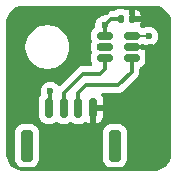
<source format=gbr>
%TF.GenerationSoftware,KiCad,Pcbnew,9.0.5*%
%TF.CreationDate,2025-11-24T08:28:41-05:00*%
%TF.ProjectId,temperature,74656d70-6572-4617-9475-72652e6b6963,rev?*%
%TF.SameCoordinates,Original*%
%TF.FileFunction,Copper,L1,Top*%
%TF.FilePolarity,Positive*%
%FSLAX46Y46*%
G04 Gerber Fmt 4.6, Leading zero omitted, Abs format (unit mm)*
G04 Created by KiCad (PCBNEW 9.0.5) date 2025-11-24 08:28:41*
%MOMM*%
%LPD*%
G01*
G04 APERTURE LIST*
G04 Aperture macros list*
%AMRoundRect*
0 Rectangle with rounded corners*
0 $1 Rounding radius*
0 $2 $3 $4 $5 $6 $7 $8 $9 X,Y pos of 4 corners*
0 Add a 4 corners polygon primitive as box body*
4,1,4,$2,$3,$4,$5,$6,$7,$8,$9,$2,$3,0*
0 Add four circle primitives for the rounded corners*
1,1,$1+$1,$2,$3*
1,1,$1+$1,$4,$5*
1,1,$1+$1,$6,$7*
1,1,$1+$1,$8,$9*
0 Add four rect primitives between the rounded corners*
20,1,$1+$1,$2,$3,$4,$5,0*
20,1,$1+$1,$4,$5,$6,$7,0*
20,1,$1+$1,$6,$7,$8,$9,0*
20,1,$1+$1,$8,$9,$2,$3,0*%
G04 Aperture macros list end*
%TA.AperFunction,SMDPad,CuDef*%
%ADD10RoundRect,0.140000X-0.140000X-0.170000X0.140000X-0.170000X0.140000X0.170000X-0.140000X0.170000X0*%
%TD*%
%TA.AperFunction,SMDPad,CuDef*%
%ADD11RoundRect,0.150000X0.512500X0.150000X-0.512500X0.150000X-0.512500X-0.150000X0.512500X-0.150000X0*%
%TD*%
%TA.AperFunction,SMDPad,CuDef*%
%ADD12RoundRect,0.150000X-0.150000X-0.700000X0.150000X-0.700000X0.150000X0.700000X-0.150000X0.700000X0*%
%TD*%
%TA.AperFunction,SMDPad,CuDef*%
%ADD13RoundRect,0.250000X-0.250000X-1.100000X0.250000X-1.100000X0.250000X1.100000X-0.250000X1.100000X0*%
%TD*%
%TA.AperFunction,ViaPad*%
%ADD14C,0.600000*%
%TD*%
%TA.AperFunction,Conductor*%
%ADD15C,0.200000*%
%TD*%
%TA.AperFunction,Conductor*%
%ADD16C,0.300000*%
%TD*%
G04 APERTURE END LIST*
D10*
%TO.P,C5,1*%
%TO.N,+3V3_SBC*%
X107195000Y-81625000D03*
%TO.P,C5,2*%
%TO.N,GND*%
X108155000Y-81625000D03*
%TD*%
D11*
%TO.P,U1,1,SCL*%
%TO.N,/I2C_SNS_SCL*%
X108137500Y-84950000D03*
%TO.P,U1,2,GND*%
%TO.N,GND*%
X108137500Y-84000000D03*
%TO.P,U1,3,ADD1*%
%TO.N,Net-(JP2-B)*%
X108137500Y-83050000D03*
%TO.P,U1,4,V+*%
%TO.N,+3V3_SBC*%
X105862500Y-83050000D03*
%TO.P,U1,5,ADD0*%
%TO.N,Net-(JP1-B)*%
X105862500Y-84000000D03*
%TO.P,U1,6,SDA*%
%TO.N,/I2C_SNS_SDA*%
X105862500Y-84950000D03*
%TD*%
D12*
%TO.P,J1,1,Pin_1*%
%TO.N,+3V3_SBC*%
X101125000Y-89150000D03*
%TO.P,J1,2,Pin_2*%
%TO.N,/I2C_SNS_SDA*%
X102375000Y-89150000D03*
%TO.P,J1,3,Pin_3*%
%TO.N,/I2C_SNS_SCL*%
X103625000Y-89150000D03*
%TO.P,J1,4,Pin_4*%
%TO.N,GND*%
X104875000Y-89150000D03*
D13*
%TO.P,J1,MP*%
%TO.N,N/C*%
X99275000Y-92350000D03*
X106725000Y-92350000D03*
%TD*%
D14*
%TO.N,Net-(JP2-B)*%
X109600000Y-83100000D03*
%TO.N,Net-(JP1-B)*%
X105500000Y-84000000D03*
%TO.N,GND*%
X100000000Y-81000000D03*
X98000000Y-82000000D03*
X111000000Y-87000000D03*
X111000000Y-91000000D03*
X111000000Y-89000000D03*
X108000000Y-94000000D03*
X111000000Y-82500000D03*
X103000000Y-94000000D03*
X105000000Y-90750000D03*
X98000000Y-92000000D03*
X110000000Y-81000000D03*
X111000000Y-85000000D03*
X98000000Y-88000000D03*
X106000000Y-81000000D03*
X101000000Y-94000000D03*
X98000000Y-90000000D03*
X102000000Y-81000000D03*
X111000000Y-93000000D03*
X104000000Y-81000000D03*
X110000000Y-94000000D03*
X98000000Y-86000000D03*
X98000000Y-84000000D03*
X109750000Y-84000000D03*
X105000000Y-94000000D03*
%TO.N,+3V3_SBC*%
X105862502Y-82157499D03*
X101250000Y-87750000D03*
%TD*%
D15*
%TO.N,Net-(JP1-B)*%
X105500000Y-84000000D02*
X105862500Y-84000000D01*
%TO.N,Net-(JP2-B)*%
X108137500Y-83050000D02*
X109550000Y-83050000D01*
X109550000Y-83050000D02*
X109600000Y-83100000D01*
D16*
%TO.N,GND*%
X104875000Y-89150000D02*
X104875000Y-90625000D01*
X108137500Y-84000000D02*
X109750000Y-84000000D01*
X104875000Y-90625000D02*
X105000000Y-90750000D01*
%TO.N,+3V3_SBC*%
X101250000Y-87750000D02*
X101250000Y-89025000D01*
X105862500Y-83050000D02*
X105862500Y-82157501D01*
X105862500Y-82157501D02*
X105862502Y-82157499D01*
X101250000Y-89025000D02*
X101125000Y-89150000D01*
X106395000Y-81625000D02*
X107195000Y-81625000D01*
X105862500Y-83050000D02*
X105862500Y-82157500D01*
X105862500Y-82157500D02*
X106395000Y-81625000D01*
%TO.N,/I2C_SNS_SDA*%
X105862500Y-84950000D02*
X105862500Y-85887500D01*
X104000000Y-86250000D02*
X102375000Y-87875000D01*
X105500000Y-86250000D02*
X104000000Y-86250000D01*
X102375000Y-87875000D02*
X102375000Y-89150000D01*
X105862500Y-85887500D02*
X105500000Y-86250000D01*
%TO.N,/I2C_SNS_SCL*%
X104250000Y-87250000D02*
X107000000Y-87250000D01*
X103625000Y-89150000D02*
X103625000Y-87875000D01*
X108137500Y-86112500D02*
X108137500Y-84950000D01*
X107000000Y-87250000D02*
X108137500Y-86112500D01*
X103625000Y-87875000D02*
X104250000Y-87250000D01*
%TD*%
%TA.AperFunction,Conductor*%
%TO.N,GND*%
G36*
X110004418Y-80500816D02*
G01*
X110204561Y-80515130D01*
X110222063Y-80517647D01*
X110413797Y-80559355D01*
X110430755Y-80564334D01*
X110614609Y-80632909D01*
X110630701Y-80640259D01*
X110802904Y-80734288D01*
X110817784Y-80743849D01*
X110974867Y-80861441D01*
X110988237Y-80873027D01*
X111126972Y-81011762D01*
X111138558Y-81025132D01*
X111256146Y-81182210D01*
X111265711Y-81197095D01*
X111359740Y-81369298D01*
X111367090Y-81385390D01*
X111435662Y-81569236D01*
X111440646Y-81586212D01*
X111482351Y-81777931D01*
X111484869Y-81795442D01*
X111499184Y-81995580D01*
X111499500Y-82004427D01*
X111499500Y-92995572D01*
X111499184Y-93004419D01*
X111484869Y-93204557D01*
X111482351Y-93222068D01*
X111440646Y-93413787D01*
X111435662Y-93430763D01*
X111367090Y-93614609D01*
X111359740Y-93630701D01*
X111265711Y-93802904D01*
X111256146Y-93817789D01*
X111138558Y-93974867D01*
X111126972Y-93988237D01*
X110988237Y-94126972D01*
X110974867Y-94138558D01*
X110817789Y-94256146D01*
X110802904Y-94265711D01*
X110630701Y-94359740D01*
X110614609Y-94367090D01*
X110430763Y-94435662D01*
X110413787Y-94440646D01*
X110222068Y-94482351D01*
X110204557Y-94484869D01*
X110023779Y-94497799D01*
X110004417Y-94499184D01*
X109995572Y-94499500D01*
X99004428Y-94499500D01*
X98995582Y-94499184D01*
X98973622Y-94497613D01*
X98795442Y-94484869D01*
X98777931Y-94482351D01*
X98586212Y-94440646D01*
X98569236Y-94435662D01*
X98385390Y-94367090D01*
X98369298Y-94359740D01*
X98197095Y-94265711D01*
X98182210Y-94256146D01*
X98025132Y-94138558D01*
X98011762Y-94126972D01*
X97873027Y-93988237D01*
X97861441Y-93974867D01*
X97743849Y-93817784D01*
X97734288Y-93802904D01*
X97640259Y-93630701D01*
X97632909Y-93614609D01*
X97628503Y-93602795D01*
X97564334Y-93430755D01*
X97559355Y-93413797D01*
X97517647Y-93222063D01*
X97515130Y-93204556D01*
X97500816Y-93004418D01*
X97500500Y-92995572D01*
X97500500Y-91199983D01*
X98274500Y-91199983D01*
X98274500Y-93500001D01*
X98274501Y-93500018D01*
X98285000Y-93602796D01*
X98285001Y-93602799D01*
X98288915Y-93614609D01*
X98340186Y-93769334D01*
X98432288Y-93918656D01*
X98556344Y-94042712D01*
X98705666Y-94134814D01*
X98872203Y-94189999D01*
X98974991Y-94200500D01*
X99575008Y-94200499D01*
X99575016Y-94200498D01*
X99575019Y-94200498D01*
X99631302Y-94194748D01*
X99677797Y-94189999D01*
X99844334Y-94134814D01*
X99993656Y-94042712D01*
X100117712Y-93918656D01*
X100209814Y-93769334D01*
X100264999Y-93602797D01*
X100275500Y-93500009D01*
X100275499Y-91199992D01*
X100275498Y-91199983D01*
X105724500Y-91199983D01*
X105724500Y-93500001D01*
X105724501Y-93500018D01*
X105735000Y-93602796D01*
X105735001Y-93602799D01*
X105738915Y-93614609D01*
X105790186Y-93769334D01*
X105882288Y-93918656D01*
X106006344Y-94042712D01*
X106155666Y-94134814D01*
X106322203Y-94189999D01*
X106424991Y-94200500D01*
X107025008Y-94200499D01*
X107025016Y-94200498D01*
X107025019Y-94200498D01*
X107081302Y-94194748D01*
X107127797Y-94189999D01*
X107294334Y-94134814D01*
X107443656Y-94042712D01*
X107567712Y-93918656D01*
X107659814Y-93769334D01*
X107714999Y-93602797D01*
X107725500Y-93500009D01*
X107725499Y-91199992D01*
X107714999Y-91097203D01*
X107659814Y-90930666D01*
X107567712Y-90781344D01*
X107443656Y-90657288D01*
X107294334Y-90565186D01*
X107127797Y-90510001D01*
X107127795Y-90510000D01*
X107025010Y-90499500D01*
X106424998Y-90499500D01*
X106424980Y-90499501D01*
X106322203Y-90510000D01*
X106322200Y-90510001D01*
X106155668Y-90565185D01*
X106155663Y-90565187D01*
X106006342Y-90657289D01*
X105882289Y-90781342D01*
X105790187Y-90930663D01*
X105790186Y-90930666D01*
X105735001Y-91097203D01*
X105735001Y-91097204D01*
X105735000Y-91097204D01*
X105724500Y-91199983D01*
X100275498Y-91199983D01*
X100264999Y-91097203D01*
X100209814Y-90930666D01*
X100117712Y-90781344D01*
X99993656Y-90657288D01*
X99844334Y-90565186D01*
X99677797Y-90510001D01*
X99677795Y-90510000D01*
X99575010Y-90499500D01*
X98974998Y-90499500D01*
X98974980Y-90499501D01*
X98872203Y-90510000D01*
X98872200Y-90510001D01*
X98705668Y-90565185D01*
X98705663Y-90565187D01*
X98556342Y-90657289D01*
X98432289Y-90781342D01*
X98340187Y-90930663D01*
X98340186Y-90930666D01*
X98285001Y-91097203D01*
X98285001Y-91097204D01*
X98285000Y-91097204D01*
X98274500Y-91199983D01*
X97500500Y-91199983D01*
X97500500Y-88384298D01*
X100324500Y-88384298D01*
X100324500Y-89915701D01*
X100327401Y-89952567D01*
X100327402Y-89952573D01*
X100373254Y-90110393D01*
X100373255Y-90110396D01*
X100456917Y-90251862D01*
X100456923Y-90251870D01*
X100573129Y-90368076D01*
X100573133Y-90368079D01*
X100573135Y-90368081D01*
X100714602Y-90451744D01*
X100756224Y-90463836D01*
X100872426Y-90497597D01*
X100872429Y-90497597D01*
X100872431Y-90497598D01*
X100909306Y-90500500D01*
X100909314Y-90500500D01*
X101340686Y-90500500D01*
X101340694Y-90500500D01*
X101377569Y-90497598D01*
X101377571Y-90497597D01*
X101377573Y-90497597D01*
X101419191Y-90485505D01*
X101535398Y-90451744D01*
X101660048Y-90378026D01*
X101683580Y-90364110D01*
X101684747Y-90366083D01*
X101739035Y-90344769D01*
X101807553Y-90358448D01*
X101816404Y-90364136D01*
X101816420Y-90364110D01*
X101857034Y-90388128D01*
X101964602Y-90451744D01*
X102006224Y-90463836D01*
X102122426Y-90497597D01*
X102122429Y-90497597D01*
X102122431Y-90497598D01*
X102159306Y-90500500D01*
X102159314Y-90500500D01*
X102590686Y-90500500D01*
X102590694Y-90500500D01*
X102627569Y-90497598D01*
X102627571Y-90497597D01*
X102627573Y-90497597D01*
X102669191Y-90485505D01*
X102785398Y-90451744D01*
X102910048Y-90378026D01*
X102933580Y-90364110D01*
X102934747Y-90366083D01*
X102989035Y-90344769D01*
X103057553Y-90358448D01*
X103066404Y-90364136D01*
X103066420Y-90364110D01*
X103107034Y-90388128D01*
X103214602Y-90451744D01*
X103256224Y-90463836D01*
X103372426Y-90497597D01*
X103372429Y-90497597D01*
X103372431Y-90497598D01*
X103409306Y-90500500D01*
X103409314Y-90500500D01*
X103840686Y-90500500D01*
X103840694Y-90500500D01*
X103877569Y-90497598D01*
X103877571Y-90497597D01*
X103877573Y-90497597D01*
X103919191Y-90485505D01*
X104035398Y-90451744D01*
X104160048Y-90378026D01*
X104183580Y-90364110D01*
X104184673Y-90365959D01*
X104239425Y-90344452D01*
X104307945Y-90358120D01*
X104316706Y-90363749D01*
X104316729Y-90363712D01*
X104464801Y-90451281D01*
X104622514Y-90497100D01*
X104622511Y-90497100D01*
X104624998Y-90497295D01*
X104625000Y-90497295D01*
X105125000Y-90497295D01*
X105125001Y-90497295D01*
X105127486Y-90497100D01*
X105285198Y-90451281D01*
X105426552Y-90367685D01*
X105426561Y-90367678D01*
X105542678Y-90251561D01*
X105542685Y-90251552D01*
X105626282Y-90110196D01*
X105626283Y-90110193D01*
X105672099Y-89952495D01*
X105672100Y-89952489D01*
X105674999Y-89915649D01*
X105675000Y-89915634D01*
X105675000Y-89400000D01*
X105125000Y-89400000D01*
X105125000Y-90497295D01*
X104625000Y-90497295D01*
X104625000Y-89274000D01*
X104644685Y-89206961D01*
X104697489Y-89161206D01*
X104749000Y-89150000D01*
X104875000Y-89150000D01*
X104875000Y-89024000D01*
X104894685Y-88956961D01*
X104947489Y-88911206D01*
X104999000Y-88900000D01*
X105675000Y-88900000D01*
X105675000Y-88384365D01*
X105674999Y-88384350D01*
X105672100Y-88347510D01*
X105672099Y-88347504D01*
X105626283Y-88189806D01*
X105626282Y-88189803D01*
X105565852Y-88087621D01*
X105548669Y-88019897D01*
X105570829Y-87953635D01*
X105625295Y-87909871D01*
X105672584Y-87900500D01*
X107064071Y-87900500D01*
X107148615Y-87883682D01*
X107189744Y-87875501D01*
X107308127Y-87826465D01*
X107326679Y-87814069D01*
X107414669Y-87755277D01*
X108642777Y-86527169D01*
X108713965Y-86420627D01*
X108763001Y-86302244D01*
X108763002Y-86302236D01*
X108763004Y-86302232D01*
X108763029Y-86302106D01*
X108788000Y-86176571D01*
X108788000Y-85830405D01*
X108807685Y-85763366D01*
X108860489Y-85717611D01*
X108877401Y-85711330D01*
X108910398Y-85701744D01*
X109051865Y-85618081D01*
X109168081Y-85501865D01*
X109251744Y-85360398D01*
X109297598Y-85202569D01*
X109300500Y-85165694D01*
X109300500Y-84734306D01*
X109297598Y-84697431D01*
X109251744Y-84539602D01*
X109250574Y-84537624D01*
X109250130Y-84535874D01*
X109248647Y-84532446D01*
X109249200Y-84532206D01*
X109233396Y-84469901D01*
X109248753Y-84417603D01*
X109248184Y-84417357D01*
X109250182Y-84412738D01*
X109250581Y-84411382D01*
X109251281Y-84410197D01*
X109297100Y-84252486D01*
X109297295Y-84250001D01*
X109297295Y-84250000D01*
X109031815Y-84250000D01*
X108968694Y-84232732D01*
X108910396Y-84198255D01*
X108910393Y-84198254D01*
X108752573Y-84152402D01*
X108752567Y-84152401D01*
X108715701Y-84149500D01*
X108715694Y-84149500D01*
X108261500Y-84149500D01*
X108252814Y-84146949D01*
X108243853Y-84148238D01*
X108219812Y-84137259D01*
X108194461Y-84129815D01*
X108188533Y-84122974D01*
X108180297Y-84119213D01*
X108166007Y-84096978D01*
X108148706Y-84077011D01*
X108146418Y-84066496D01*
X108142523Y-84060435D01*
X108137500Y-84025500D01*
X108137500Y-83974500D01*
X108157185Y-83907461D01*
X108209989Y-83861706D01*
X108261500Y-83850500D01*
X108715686Y-83850500D01*
X108715694Y-83850500D01*
X108752569Y-83847598D01*
X108752571Y-83847597D01*
X108752573Y-83847597D01*
X108794191Y-83835505D01*
X108910398Y-83801744D01*
X108968694Y-83767268D01*
X108984595Y-83762917D01*
X108996880Y-83755023D01*
X109031815Y-83750000D01*
X109094317Y-83750000D01*
X109161356Y-83769685D01*
X109163146Y-83770857D01*
X109220821Y-83809394D01*
X109220823Y-83809395D01*
X109220827Y-83809397D01*
X109320060Y-83850500D01*
X109366503Y-83869737D01*
X109521153Y-83900499D01*
X109521156Y-83900500D01*
X109521158Y-83900500D01*
X109678844Y-83900500D01*
X109678845Y-83900499D01*
X109833497Y-83869737D01*
X109979179Y-83809394D01*
X110110289Y-83721789D01*
X110221789Y-83610289D01*
X110309394Y-83479179D01*
X110369737Y-83333497D01*
X110400500Y-83178842D01*
X110400500Y-83021158D01*
X110400500Y-83021155D01*
X110400499Y-83021153D01*
X110369738Y-82866510D01*
X110369737Y-82866503D01*
X110356401Y-82834306D01*
X110309397Y-82720827D01*
X110309390Y-82720814D01*
X110221789Y-82589711D01*
X110221786Y-82589707D01*
X110110292Y-82478213D01*
X110110288Y-82478210D01*
X109979185Y-82390609D01*
X109979172Y-82390602D01*
X109833501Y-82330264D01*
X109833489Y-82330261D01*
X109678845Y-82299500D01*
X109678842Y-82299500D01*
X109521158Y-82299500D01*
X109521155Y-82299500D01*
X109366510Y-82330261D01*
X109366498Y-82330264D01*
X109220827Y-82390602D01*
X109220811Y-82390611D01*
X109209354Y-82398266D01*
X109142675Y-82419140D01*
X109076158Y-82401179D01*
X109063364Y-82393418D01*
X109051865Y-82381919D01*
X108910398Y-82298256D01*
X108902886Y-82296073D01*
X108889473Y-82287937D01*
X108871414Y-82268157D01*
X108850826Y-82251024D01*
X108848215Y-82242747D01*
X108842364Y-82236338D01*
X108837865Y-82209934D01*
X108829809Y-82184391D01*
X108832057Y-82175838D01*
X108830630Y-82167461D01*
X108840119Y-82145168D01*
X108847052Y-82118797D01*
X108887031Y-82051195D01*
X108887033Y-82051190D01*
X108932144Y-81895918D01*
X108932145Y-81895912D01*
X108933790Y-81875000D01*
X108279000Y-81875000D01*
X108211961Y-81855315D01*
X108166206Y-81802511D01*
X108155000Y-81751000D01*
X108155000Y-81625000D01*
X108099500Y-81625000D01*
X108032461Y-81605315D01*
X107986706Y-81552511D01*
X107975500Y-81501000D01*
X107975500Y-81390317D01*
X107975499Y-81390302D01*
X107975299Y-81387763D01*
X107972643Y-81354007D01*
X107968714Y-81340484D01*
X107927495Y-81198608D01*
X107927492Y-81198600D01*
X107922266Y-81189763D01*
X107905000Y-81126645D01*
X107905000Y-80820494D01*
X108405000Y-80820494D01*
X108405000Y-81375000D01*
X108933790Y-81375000D01*
X108932145Y-81354089D01*
X108887031Y-81198804D01*
X108804721Y-81059625D01*
X108804714Y-81059616D01*
X108690383Y-80945285D01*
X108690374Y-80945278D01*
X108551193Y-80862967D01*
X108551190Y-80862965D01*
X108405001Y-80820493D01*
X108405000Y-80820494D01*
X107905000Y-80820494D01*
X107904998Y-80820493D01*
X107758809Y-80862965D01*
X107758806Y-80862967D01*
X107738608Y-80874912D01*
X107670884Y-80892092D01*
X107612370Y-80874910D01*
X107591397Y-80862507D01*
X107591390Y-80862504D01*
X107435997Y-80817357D01*
X107435991Y-80817356D01*
X107399697Y-80814500D01*
X107399690Y-80814500D01*
X106990310Y-80814500D01*
X106990302Y-80814500D01*
X106954008Y-80817356D01*
X106954002Y-80817357D01*
X106798609Y-80862504D01*
X106798606Y-80862505D01*
X106659315Y-80944881D01*
X106654676Y-80948480D01*
X106589639Y-80974014D01*
X106578676Y-80974500D01*
X106330929Y-80974500D01*
X106205261Y-80999497D01*
X106205255Y-80999499D01*
X106160504Y-81018036D01*
X106086874Y-81048534D01*
X105980331Y-81119723D01*
X105759569Y-81340484D01*
X105698246Y-81373968D01*
X105696080Y-81374419D01*
X105629010Y-81387760D01*
X105629000Y-81387763D01*
X105483329Y-81448101D01*
X105483316Y-81448108D01*
X105352213Y-81535709D01*
X105352209Y-81535712D01*
X105240715Y-81647206D01*
X105240712Y-81647210D01*
X105153111Y-81778313D01*
X105153104Y-81778326D01*
X105092766Y-81923997D01*
X105092763Y-81924009D01*
X105062002Y-82078652D01*
X105062002Y-82242433D01*
X105059499Y-82242433D01*
X105048484Y-82300327D01*
X105001256Y-82350502D01*
X104948137Y-82381917D01*
X104948129Y-82381923D01*
X104831923Y-82498129D01*
X104831917Y-82498137D01*
X104748255Y-82639603D01*
X104748254Y-82639606D01*
X104702402Y-82797426D01*
X104702401Y-82797432D01*
X104699500Y-82834298D01*
X104699500Y-83265701D01*
X104702401Y-83302567D01*
X104702402Y-83302573D01*
X104748254Y-83460393D01*
X104748254Y-83460394D01*
X104748255Y-83460396D01*
X104748256Y-83460398D01*
X104749133Y-83461881D01*
X104749466Y-83463195D01*
X104751353Y-83467554D01*
X104750649Y-83467858D01*
X104766315Y-83529604D01*
X104750861Y-83582233D01*
X104751353Y-83582446D01*
X104749630Y-83586426D01*
X104749133Y-83588118D01*
X104748506Y-83589177D01*
X104748254Y-83589605D01*
X104748254Y-83589606D01*
X104702402Y-83747426D01*
X104702401Y-83747432D01*
X104699500Y-83784298D01*
X104699500Y-84215701D01*
X104702401Y-84252567D01*
X104702402Y-84252573D01*
X104748254Y-84410393D01*
X104748254Y-84410394D01*
X104748255Y-84410396D01*
X104748256Y-84410398D01*
X104749133Y-84411881D01*
X104749466Y-84413195D01*
X104751353Y-84417554D01*
X104750649Y-84417858D01*
X104766315Y-84479604D01*
X104750861Y-84532233D01*
X104751353Y-84532446D01*
X104749630Y-84536426D01*
X104749133Y-84538118D01*
X104748506Y-84539177D01*
X104748254Y-84539605D01*
X104748254Y-84539606D01*
X104702402Y-84697426D01*
X104702401Y-84697432D01*
X104699500Y-84734298D01*
X104699500Y-85165701D01*
X104702401Y-85202567D01*
X104702402Y-85202573D01*
X104748254Y-85360393D01*
X104748254Y-85360394D01*
X104748255Y-85360396D01*
X104748256Y-85360398D01*
X104778998Y-85412380D01*
X104796180Y-85480104D01*
X104774019Y-85546366D01*
X104719553Y-85590129D01*
X104672265Y-85599500D01*
X103935929Y-85599500D01*
X103810261Y-85624497D01*
X103810255Y-85624499D01*
X103691874Y-85673534D01*
X103585326Y-85744726D01*
X102066169Y-87263883D01*
X102004846Y-87297368D01*
X101935154Y-87292384D01*
X101879221Y-87250512D01*
X101875388Y-87245096D01*
X101871790Y-87239712D01*
X101871786Y-87239707D01*
X101760292Y-87128213D01*
X101760288Y-87128210D01*
X101629185Y-87040609D01*
X101629172Y-87040602D01*
X101483501Y-86980264D01*
X101483489Y-86980261D01*
X101328845Y-86949500D01*
X101328842Y-86949500D01*
X101171158Y-86949500D01*
X101171155Y-86949500D01*
X101016510Y-86980261D01*
X101016498Y-86980264D01*
X100870827Y-87040602D01*
X100870814Y-87040609D01*
X100739711Y-87128210D01*
X100739707Y-87128213D01*
X100628213Y-87239707D01*
X100628210Y-87239711D01*
X100540609Y-87370814D01*
X100540602Y-87370827D01*
X100480264Y-87516498D01*
X100480261Y-87516510D01*
X100449500Y-87671153D01*
X100449500Y-87828846D01*
X100474758Y-87955826D01*
X100468531Y-88025417D01*
X100459874Y-88043137D01*
X100373254Y-88189605D01*
X100373254Y-88189606D01*
X100327402Y-88347426D01*
X100327401Y-88347432D01*
X100324500Y-88384298D01*
X97500500Y-88384298D01*
X97500500Y-83878711D01*
X99149500Y-83878711D01*
X99149500Y-84121288D01*
X99181161Y-84361785D01*
X99243947Y-84596104D01*
X99336773Y-84820205D01*
X99336776Y-84820212D01*
X99458064Y-85030289D01*
X99458066Y-85030292D01*
X99458067Y-85030293D01*
X99605733Y-85222736D01*
X99605739Y-85222743D01*
X99777256Y-85394260D01*
X99777262Y-85394265D01*
X99969711Y-85541936D01*
X100179788Y-85663224D01*
X100403900Y-85756054D01*
X100638211Y-85818838D01*
X100818586Y-85842584D01*
X100878711Y-85850500D01*
X100878712Y-85850500D01*
X101121289Y-85850500D01*
X101177847Y-85843054D01*
X101361789Y-85818838D01*
X101596100Y-85756054D01*
X101820212Y-85663224D01*
X102030289Y-85541936D01*
X102222738Y-85394265D01*
X102394265Y-85222738D01*
X102541936Y-85030289D01*
X102663224Y-84820212D01*
X102756054Y-84596100D01*
X102818838Y-84361789D01*
X102850500Y-84121288D01*
X102850500Y-83878712D01*
X102849318Y-83869737D01*
X102836306Y-83770898D01*
X102818838Y-83638211D01*
X102756054Y-83403900D01*
X102663224Y-83179788D01*
X102541936Y-82969711D01*
X102409741Y-82797431D01*
X102394266Y-82777263D01*
X102394260Y-82777256D01*
X102222743Y-82605739D01*
X102222736Y-82605733D01*
X102030293Y-82458067D01*
X102030292Y-82458066D01*
X102030289Y-82458064D01*
X101820212Y-82336776D01*
X101804491Y-82330264D01*
X101596104Y-82243947D01*
X101397336Y-82190687D01*
X101361789Y-82181162D01*
X101361788Y-82181161D01*
X101361785Y-82181161D01*
X101121289Y-82149500D01*
X101121288Y-82149500D01*
X100878712Y-82149500D01*
X100878711Y-82149500D01*
X100638214Y-82181161D01*
X100403895Y-82243947D01*
X100179794Y-82336773D01*
X100179785Y-82336777D01*
X99969706Y-82458067D01*
X99777263Y-82605733D01*
X99777256Y-82605739D01*
X99605739Y-82777256D01*
X99605733Y-82777263D01*
X99458067Y-82969706D01*
X99336777Y-83179785D01*
X99336773Y-83179794D01*
X99243947Y-83403895D01*
X99181161Y-83638214D01*
X99149500Y-83878711D01*
X97500500Y-83878711D01*
X97500500Y-82004427D01*
X97500816Y-81995581D01*
X97505935Y-81924009D01*
X97515131Y-81795434D01*
X97517646Y-81777938D01*
X97559356Y-81586199D01*
X97564333Y-81569248D01*
X97632911Y-81385385D01*
X97640259Y-81369298D01*
X97648611Y-81354002D01*
X97734291Y-81197089D01*
X97743845Y-81182221D01*
X97861448Y-81025123D01*
X97873020Y-81011769D01*
X98011769Y-80873020D01*
X98025123Y-80861448D01*
X98182221Y-80743845D01*
X98197089Y-80734291D01*
X98369298Y-80640258D01*
X98385385Y-80632911D01*
X98569248Y-80564333D01*
X98586199Y-80559356D01*
X98777938Y-80517646D01*
X98795436Y-80515130D01*
X98995582Y-80500816D01*
X99004428Y-80500500D01*
X99065892Y-80500500D01*
X109934108Y-80500500D01*
X109995572Y-80500500D01*
X110004418Y-80500816D01*
G37*
%TD.AperFunction*%
%TD*%
M02*

</source>
